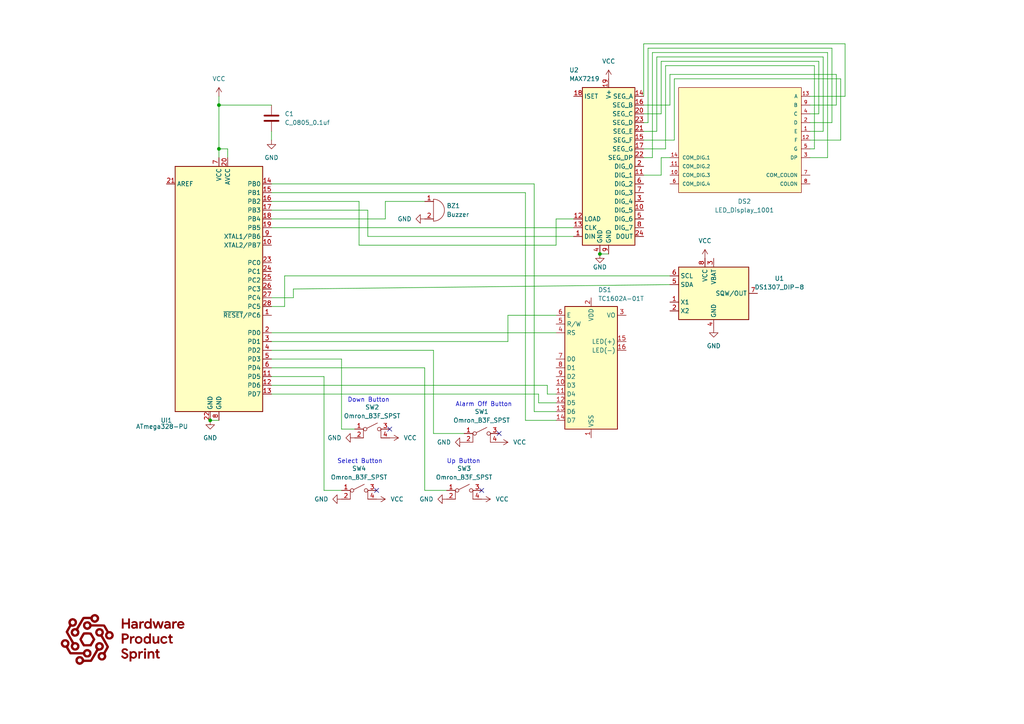
<source format=kicad_sch>
(kicad_sch (version 20211123) (generator eeschema)
  (paper "A4")
  (lib_symbols
    (symbol "HPS:ATmega328-PU"
      (property "Reference" "U" (at -11.43 39.37 0))
      (property "Value" "ATmega328-PU" (at -17.78 38.1 0))
      (symbol "ATmega328-PU_1_1"
        (pin tri_state line (at 15.24 -7.62 180) (length 2.54) (name "~{RESET}/PC6") (number "1"))
        (pin tri_state line (at 15.24 12.7 180) (length 2.54) (name "XTAL2/PB7") (number "10"))
        (pin tri_state line (at 15.24 -25.4 180) (length 2.54) (name "PD5") (number "11"))
        (pin tri_state line (at 15.24 -27.94 180) (length 2.54) (name "PD6") (number "12"))
        (pin tri_state line (at 15.24 -30.48 180) (length 2.54) (name "PD7") (number "13"))
        (pin tri_state line (at 15.24 30.48 180) (length 2.54) (name "PB0") (number "14"))
        (pin tri_state line (at 15.24 27.94 180) (length 2.54) (name "PB1") (number "15"))
        (pin tri_state line (at 15.24 25.4 180) (length 2.54) (name "PB2") (number "16"))
        (pin tri_state line (at 15.24 22.86 180) (length 2.54) (name "PB3") (number "17"))
        (pin tri_state line (at 15.24 20.32 180) (length 2.54) (name "PB4") (number "18"))
        (pin tri_state line (at 15.24 17.78 180) (length 2.54) (name "PB5") (number "19"))
        (pin tri_state line (at 15.24 -12.7 180) (length 2.54) (name "PD0") (number "2"))
        (pin power_in line (at 2.54 38.1 270) (length 2.54) (name "AVCC") (number "20"))
        (pin passive line (at -15.24 30.48 0) (length 2.54) (name "AREF") (number "21"))
        (pin power_in line (at -2.54 -38.1 90) (length 2.54) (name "GND") (number "22"))
        (pin tri_state line (at 15.24 7.62 180) (length 2.54) (name "PC0") (number "23"))
        (pin tri_state line (at 15.24 5.08 180) (length 2.54) (name "PC1") (number "24"))
        (pin tri_state line (at 15.24 2.54 180) (length 2.54) (name "PC2") (number "25"))
        (pin tri_state line (at 15.24 0 180) (length 2.54) (name "PC3") (number "26"))
        (pin tri_state line (at 15.24 -2.54 180) (length 2.54) (name "PC4") (number "27"))
        (pin tri_state line (at 15.24 -5.08 180) (length 2.54) (name "PC5") (number "28"))
        (pin tri_state line (at 15.24 -15.24 180) (length 2.54) (name "PD1") (number "3"))
        (pin tri_state line (at 15.24 -17.78 180) (length 2.54) (name "PD2") (number "4"))
        (pin tri_state line (at 15.24 -20.32 180) (length 2.54) (name "PD3") (number "5"))
        (pin tri_state line (at 15.24 -22.86 180) (length 2.54) (name "PD4") (number "6"))
        (pin power_in line (at 0 38.1 270) (length 2.54) (name "VCC") (number "7"))
        (pin power_in line (at 0 -38.1 90) (length 2.54) (name "GND") (number "8"))
        (pin tri_state line (at 15.24 15.24 180) (length 2.54) (name "XTAL1/PB6") (number "9"))
      )
    )
    (symbol "HPS:Buzzer" (pin_names (offset 0.0254) hide)
      (property "Reference" "BZ" (at 3.81 1.27 0))
      (property "Value" "Buzzer" (at 3.81 -1.27 0))
      (symbol "Buzzer_1_1"
        (pin passive line (at -2.54 2.54 0) (length 2.54) (name "-") (number "1"))
        (pin passive line (at -2.54 -2.54 0) (length 2.54) (name "+") (number "2"))
      )
    )
    (symbol "HPS:C_0805_0.1uf" (pin_numbers hide) (pin_names (offset 0.254))
      (property "Reference" "C" (at 0.635 2.54 0))
      (property "Value" "C_0805_0.1uf" (at 0.635 -2.54 0))
      (symbol "C_0805_0.1uf_1_1"
        (pin passive line (at 0 3.81 270) (length 2.794) (name "~") (number "1"))
        (pin passive line (at 0 -3.81 90) (length 2.794) (name "~") (number "2"))
      )
    )
    (symbol "HPS:DS1307_DIP-8"
      (property "Reference" "U" (at -8.89 8.89 0))
      (property "Value" "DS1307_DIP-8" (at 1.27 8.89 0))
      (symbol "DS1307_DIP-8_1_1"
        (pin input line (at -12.7 -2.54 0) (length 2.54) (name "X1") (number "1"))
        (pin input line (at -12.7 -5.08 0) (length 2.54) (name "X2") (number "2"))
        (pin power_in line (at 0 10.16 270) (length 2.54) (name "VBAT") (number "3"))
        (pin power_in line (at 0 -10.16 90) (length 2.54) (name "GND") (number "4"))
        (pin bidirectional line (at -12.7 2.54 0) (length 2.54) (name "SDA") (number "5"))
        (pin input line (at -12.7 5.08 0) (length 2.54) (name "SCL") (number "6"))
        (pin open_collector line (at 12.7 0 180) (length 2.54) (name "SQW/OUT") (number "7"))
        (pin power_in line (at -2.54 10.16 270) (length 2.54) (name "VCC") (number "8"))
      )
    )
    (symbol "HPS:GND" (power) (pin_names (offset 0))
      (property "Value" "GND" (at 0 -3.81 0))
      (symbol "GND_1_1"
        (pin power_in line (at 0 0 270) (length 0) hide (name "GND") (number "1"))
      )
    )
    (symbol "HPS:LED_Display_1001" (pin_names (offset 1.016))
      (property "Reference" "DS" (at 5.08 24.13 0))
      (property "Value" "LED_Display_1001" (at 5.08 21.59 0))
      (symbol "LED_Display_1001_1_1"
        (pin passive line (at 43.18 7.62 180) (length 2.54) (name "E") (number "1"))
        (pin passive line (at 2.54 -5.08 0) (length 2.54) (name "COM_DIG.3") (number "10"))
        (pin passive line (at 2.54 -2.54 0) (length 2.54) (name "COM_DIG.2") (number "11"))
        (pin passive line (at 43.18 5.08 180) (length 2.54) (name "F") (number "12"))
        (pin passive line (at 43.18 17.78 180) (length 2.54) (name "A") (number "13"))
        (pin passive line (at 2.54 0 0) (length 2.54) (name "COM_DIG.1") (number "14"))
        (pin passive line (at 43.18 10.16 180) (length 2.54) (name "D") (number "2"))
        (pin passive line (at 43.18 0 180) (length 2.54) (name "DP") (number "3"))
        (pin passive line (at 43.18 12.7 180) (length 2.54) (name "C") (number "4"))
        (pin passive line (at 43.18 2.54 180) (length 2.54) (name "G") (number "5"))
        (pin passive line (at 2.54 -7.62 0) (length 2.54) (name "COM_DIG.4") (number "6"))
        (pin passive line (at 43.18 -5.08 180) (length 2.54) (name "COM_COLON") (number "7"))
        (pin passive line (at 43.18 -7.62 180) (length 2.54) (name "COLON") (number "8"))
        (pin passive line (at 43.18 15.24 180) (length 2.54) (name "B") (number "9"))
      )
    )
    (symbol "HPS:MAX7219"
      (property "Reference" "U" (at -6.35 24.13 0))
      (property "Value" "MAX7219" (at 0 25.4 0))
      (symbol "MAX7219_1_1"
        (pin input line (at -10.16 -20.32 0) (length 2.54) (name "DIN") (number "1"))
        (pin output line (at 10.16 -12.7 180) (length 2.54) (name "DIG_5") (number "10"))
        (pin output line (at 10.16 -2.54 180) (length 2.54) (name "DIG_1") (number "11"))
        (pin input line (at -10.16 -15.24 0) (length 2.54) (name "LOAD") (number "12"))
        (pin input line (at -10.16 -17.78 0) (length 2.54) (name "CLK") (number "13"))
        (pin output line (at 10.16 20.32 180) (length 2.54) (name "SEG_A") (number "14"))
        (pin output line (at 10.16 7.62 180) (length 2.54) (name "SEG_F") (number "15"))
        (pin output line (at 10.16 17.78 180) (length 2.54) (name "SEG_B") (number "16"))
        (pin output line (at 10.16 5.08 180) (length 2.54) (name "SEG_G") (number "17"))
        (pin input line (at -10.16 20.32 0) (length 2.54) (name "ISET") (number "18"))
        (pin power_in line (at 0 25.4 270) (length 2.54) (name "V+") (number "19"))
        (pin output line (at 10.16 0 180) (length 2.54) (name "DIG_0") (number "2"))
        (pin output line (at 10.16 15.24 180) (length 2.54) (name "SEG_C") (number "20"))
        (pin output line (at 10.16 10.16 180) (length 2.54) (name "SEG_E") (number "21"))
        (pin output line (at 10.16 2.54 180) (length 2.54) (name "SEG_DP") (number "22"))
        (pin output line (at 10.16 12.7 180) (length 2.54) (name "SEG_D") (number "23"))
        (pin output line (at 10.16 -20.32 180) (length 2.54) (name "DOUT") (number "24"))
        (pin output line (at 10.16 -10.16 180) (length 2.54) (name "DIG_4") (number "3"))
        (pin power_in line (at -2.54 -25.4 90) (length 2.54) (name "GND") (number "4"))
        (pin output line (at 10.16 -15.24 180) (length 2.54) (name "DIG_6") (number "5"))
        (pin output line (at 10.16 -5.08 180) (length 2.54) (name "DIG_2") (number "6"))
        (pin output line (at 10.16 -7.62 180) (length 2.54) (name "DIG_3") (number "7"))
        (pin output line (at 10.16 -17.78 180) (length 2.54) (name "DIG_7") (number "8"))
        (pin power_in line (at 0 -25.4 90) (length 2.54) (name "GND") (number "9"))
      )
    )
    (symbol "HPS:TC1602A-01T"
      (property "Reference" "DS" (at -5.842 19.05 0))
      (property "Value" "TC1602A-01T" (at 5.334 19.05 0))
      (symbol "TC1602A-01T_1_1"
        (pin power_in line (at 0 -20.32 90) (length 2.54) (name "VSS") (number "1"))
        (pin input line (at -10.16 -5.08 0) (length 2.54) (name "D3") (number "10"))
        (pin input line (at -10.16 -7.62 0) (length 2.54) (name "D4") (number "11"))
        (pin input line (at -10.16 -10.16 0) (length 2.54) (name "D5") (number "12"))
        (pin input line (at -10.16 -12.7 0) (length 2.54) (name "D6") (number "13"))
        (pin input line (at -10.16 -15.24 0) (length 2.54) (name "D7") (number "14"))
        (pin power_in line (at 10.16 7.62 180) (length 2.54) (name "LED(+)") (number "15"))
        (pin power_in line (at 10.16 5.08 180) (length 2.54) (name "LED(-)") (number "16"))
        (pin power_in line (at 0 20.32 270) (length 2.54) (name "VDD") (number "2"))
        (pin input line (at 10.16 15.24 180) (length 2.54) (name "VO") (number "3"))
        (pin input line (at -10.16 10.16 0) (length 2.54) (name "RS") (number "4"))
        (pin input line (at -10.16 12.7 0) (length 2.54) (name "R/W") (number "5"))
        (pin input line (at -10.16 15.24 0) (length 2.54) (name "E") (number "6"))
        (pin input line (at -10.16 2.54 0) (length 2.54) (name "D0") (number "7"))
        (pin input line (at -10.16 0 0) (length 2.54) (name "D1") (number "8"))
        (pin input line (at -10.16 -2.54 0) (length 2.54) (name "D2") (number "9"))
      )
    )
    (symbol "HPS:VCC" (power) (pin_names (offset 0))
      (property "Value" "VCC" (at 0 3.81 0))
      (symbol "VCC_1_1"
        (pin power_in line (at 0 0 90) (length 0) hide (name "VCC") (number "1"))
      )
    )
    (symbol "HPS_3:HPS_Logo" (pin_names (offset 1.016)))
    (symbol "HPS_3:Omron_B3F_SPST" (pin_names (offset 0) hide)
      (property "Reference" "SW" (at 0 5.08 0))
      (property "Value" "Omron_B3F_SPST" (at 0 2.54 0))
      (symbol "Omron_B3F_SPST_1_1"
        (pin passive line (at -5.08 0 0) (length 2.54) (name "A") (number "1"))
        (pin passive line (at -5.08 -2.54 0) (length 2.54) (name "A") (number "2"))
        (pin passive line (at 5.08 0 180) (length 2.54) (name "B") (number "3"))
        (pin passive line (at 5.08 -2.54 180) (length 2.54) (name "B") (number "4"))
      )
    )
  )
  (junction (at 60.96 121.92))
  (junction (at 173.99 73.66))
  (junction (at 63.5 30.48))
  (junction (at 63.5 43.18))
  (no_connect (at 113.03 124.46))
  (no_connect (at 139.7 142.24))
  (no_connect (at 109.22 142.24))
  (no_connect (at 144.78 125.73))
  (wire (pts (xy 245.11 27.94) (xy 234.95 27.94)))
  (wire (pts (xy 154.94 119.38) (xy 161.29 119.38)))
  (wire (pts (xy 78.74 58.42) (xy 104.14 58.42)))
  (wire (pts (xy 242.57 21.59) (xy 242.57 30.48)))
  (wire (pts (xy 78.74 63.5) (xy 111.76 63.5)))
  (wire (pts (xy 82.55 80.01) (xy 194.31 80.01)))
  (wire (pts (xy 195.58 22.86) (xy 243.84 22.86)))
  (wire (pts (xy 243.84 40.64) (xy 234.95 40.64)))
  (wire (pts (xy 78.74 114.3) (xy 156.21 114.3)))
  (wire (pts (xy 195.58 40.64) (xy 195.58 22.86)))
  (wire (pts (xy 78.74 109.22) (xy 93.98 109.22)))
  (wire (pts (xy 152.4 121.92) (xy 161.29 121.92)))
  (wire (pts (xy 194.31 30.48) (xy 194.31 21.59)))
  (wire (pts (xy 237.49 33.02) (xy 234.95 33.02)))
  (wire (pts (xy 241.3 35.56) (xy 234.95 35.56)))
  (wire (pts (xy 186.69 27.94) (xy 186.69 12.7)))
  (wire (pts (xy 186.69 50.8) (xy 191.77 50.8)))
  (wire (pts (xy 190.5 16.51) (xy 238.76 16.51)))
  (wire (pts (xy 82.55 88.9) (xy 82.55 80.01)))
  (wire (pts (xy 125.73 101.6) (xy 125.73 125.73)))
  (wire (pts (xy 191.77 45.72) (xy 194.31 45.72)))
  (wire (pts (xy 93.98 109.22) (xy 93.98 142.24)))
  (wire (pts (xy 78.74 38.1) (xy 78.74 40.64)))
  (wire (pts (xy 111.76 58.42) (xy 123.19 58.42)))
  (wire (pts (xy 63.5 30.48) (xy 78.74 30.48)))
  (wire (pts (xy 78.74 101.6) (xy 125.73 101.6)))
  (wire (pts (xy 99.06 104.14) (xy 99.06 124.46)))
  (wire (pts (xy 186.69 43.18) (xy 193.04 43.18)))
  (wire (pts (xy 186.69 35.56) (xy 187.96 35.56)))
  (wire (pts (xy 191.77 50.8) (xy 191.77 45.72)))
  (wire (pts (xy 85.09 83.82) (xy 85.09 86.36)))
  (wire (pts (xy 190.5 38.1) (xy 190.5 16.51)))
  (wire (pts (xy 186.69 30.48) (xy 194.31 30.48)))
  (wire (pts (xy 123.19 106.68) (xy 123.19 142.24)))
  (wire (pts (xy 106.68 60.96) (xy 106.68 68.58)))
  (wire (pts (xy 191.77 17.78) (xy 237.49 17.78)))
  (wire (pts (xy 99.06 124.46) (xy 102.87 124.46)))
  (wire (pts (xy 242.57 30.48) (xy 234.95 30.48)))
  (wire (pts (xy 63.5 43.18) (xy 63.5 45.72)))
  (wire (pts (xy 85.09 83.82) (xy 194.31 82.55)))
  (wire (pts (xy 104.14 71.12) (xy 161.29 71.12)))
  (wire (pts (xy 173.99 73.66) (xy 176.53 73.66)))
  (wire (pts (xy 154.94 53.34) (xy 154.94 119.38)))
  (wire (pts (xy 193.04 43.18) (xy 193.04 19.05)))
  (wire (pts (xy 78.74 99.06) (xy 147.32 99.06)))
  (wire (pts (xy 60.96 121.92) (xy 63.5 121.92)))
  (wire (pts (xy 187.96 35.56) (xy 187.96 13.97)))
  (wire (pts (xy 187.96 13.97) (xy 241.3 13.97)))
  (wire (pts (xy 106.68 68.58) (xy 166.37 68.58)))
  (wire (pts (xy 78.74 96.52) (xy 161.29 96.52)))
  (wire (pts (xy 104.14 58.42) (xy 104.14 71.12)))
  (wire (pts (xy 93.98 142.24) (xy 99.06 142.24)))
  (wire (pts (xy 123.19 142.24) (xy 129.54 142.24)))
  (wire (pts (xy 156.21 114.3) (xy 156.21 116.84)))
  (wire (pts (xy 63.5 43.18) (xy 66.04 43.18)))
  (wire (pts (xy 194.31 21.59) (xy 242.57 21.59)))
  (wire (pts (xy 63.5 30.48) (xy 63.5 43.18)))
  (wire (pts (xy 238.76 16.51) (xy 238.76 38.1)))
  (wire (pts (xy 236.22 19.05) (xy 236.22 43.18)))
  (wire (pts (xy 63.5 27.94) (xy 63.5 30.48)))
  (wire (pts (xy 78.74 60.96) (xy 106.68 60.96)))
  (wire (pts (xy 147.32 99.06) (xy 147.32 91.44)))
  (wire (pts (xy 161.29 71.12) (xy 161.29 63.5)))
  (wire (pts (xy 78.74 53.34) (xy 154.94 53.34)))
  (wire (pts (xy 158.75 114.3) (xy 161.29 114.3)))
  (wire (pts (xy 78.74 111.76) (xy 158.75 111.76)))
  (wire (pts (xy 78.74 55.88) (xy 152.4 55.88)))
  (wire (pts (xy 238.76 38.1) (xy 234.95 38.1)))
  (wire (pts (xy 66.04 45.72) (xy 66.04 43.18)))
  (wire (pts (xy 78.74 88.9) (xy 82.55 88.9)))
  (wire (pts (xy 240.03 45.72) (xy 234.95 45.72)))
  (wire (pts (xy 193.04 19.05) (xy 236.22 19.05)))
  (wire (pts (xy 152.4 55.88) (xy 152.4 121.92)))
  (wire (pts (xy 245.11 12.7) (xy 245.11 27.94)))
  (wire (pts (xy 125.73 125.73) (xy 134.62 125.73)))
  (wire (pts (xy 161.29 63.5) (xy 166.37 63.5)))
  (wire (pts (xy 241.3 13.97) (xy 241.3 35.56)))
  (wire (pts (xy 78.74 86.36) (xy 85.09 86.36)))
  (wire (pts (xy 156.21 116.84) (xy 161.29 116.84)))
  (wire (pts (xy 158.75 111.76) (xy 158.75 114.3)))
  (wire (pts (xy 186.69 40.64) (xy 195.58 40.64)))
  (wire (pts (xy 186.69 45.72) (xy 189.23 45.72)))
  (wire (pts (xy 191.77 33.02) (xy 191.77 17.78)))
  (wire (pts (xy 189.23 45.72) (xy 189.23 15.24)))
  (wire (pts (xy 186.69 33.02) (xy 191.77 33.02)))
  (wire (pts (xy 240.03 15.24) (xy 240.03 45.72)))
  (wire (pts (xy 78.74 66.04) (xy 166.37 66.04)))
  (wire (pts (xy 186.69 38.1) (xy 190.5 38.1)))
  (wire (pts (xy 237.49 17.78) (xy 237.49 33.02)))
  (wire (pts (xy 243.84 22.86) (xy 243.84 40.64)))
  (wire (pts (xy 78.74 104.14) (xy 99.06 104.14)))
  (wire (pts (xy 189.23 15.24) (xy 240.03 15.24)))
  (wire (pts (xy 236.22 43.18) (xy 234.95 43.18)))
  (wire (pts (xy 186.69 12.7) (xy 245.11 12.7)))
  (wire (pts (xy 147.32 91.44) (xy 161.29 91.44)))
  (wire (pts (xy 111.76 63.5) (xy 111.76 58.42)))
  (wire (pts (xy 78.74 106.68) (xy 123.19 106.68)))
  (text "Down Button\n" (at 113.03 116.84 180) (effects (font (size 1.27 1.27)) (justify right bottom)))
  (text "Select Button" (at 97.79 134.62 0) (effects (font (size 1.27 1.27)) (justify left bottom)))
  (text "Alarm Off Button" (at 132.08 118.11 0) (effects (font (size 1.27 1.27)) (justify left bottom)))
  (text "Up Button" (at 129.54 134.62 0) (effects (font (size 1.27 1.27)) (justify left bottom)))
  (symbol (lib_id "HPS:DS1307_DIP-8") (at 207.01 85.09 0) (unit 1)
    (property "Reference" "U1" (at 226.06 80.7593 0))
    (property "Value" "DS1307_DIP-8" (at 226.06 83.2993 0))
    (property "Footprint" "footprints:DIP-8_W7.62mm" (effects hide))
    (property "Datasheet" "https://datasheets.maximintegrated.com/en/ds/DS1307.pdf" (effects hide))
    (property "MFG" "Assmann WSW Components" (effects hide))
    (property "MPN" "A 08-LC-TT" (effects hide))
    (property "Digikey PN" "AE9986-ND" (effects hide))
    (property "Mouser PN" "N/A" (effects hide))
  )
  (symbol (lib_id "HPS:GND") (at 129.54 144.78 270) (unit 1)
    (property "Reference" "#PWR?" (effects hide))
    (property "Value" "GND" (at 125.73 144.7799 90) (effects (justify right)))
  )
  (symbol (lib_id "HPS:LED_Display_1001") (at 191.77 45.72 0) (unit 1)
    (property "Reference" "DS2" (at 215.9 58.42 0))
    (property "Value" "LED_Display_1001" (at 215.9 60.96 0))
    (property "Footprint" "footprints:Adafruit-1001-0-0-MFG" (effects hide))
    (property "Datasheet" "https://cdn-shop.adafruit.com/datasheets/1001datasheet.pdf" (effects hide))
    (property "automotive" "No" (effects hide))
    (property "category" "Disp" (effects hide))
    (property "device class L1" "Optoelectronics" (effects hide))
    (property "device class L2" "Displays" (effects hide))
    (property "device class L3" "LED Displays" (effects hide))
    (property "digikey description" "WHITE 7-SEGMENT CLOCK DISPLAY" (effects hide))
    (property "digikey part number" "1528-1513-ND" (effects hide))
    (property "display type" "LED" (effects hide))
    (property "element config" "Common Cathode" (effects hide))
    (property "forward current" "20mA" (effects hide))
    (property "forward voltage" "3.2V" (effects hide))
    (property "height" "8.25mm" (effects hide))
    (property "lead free" "Yes" (effects hide))
    (property "library id" "a002f1a2b35db532" (effects hide))
    (property "luminous intensity" "30mcd" (effects hide))
    (property "manufacturer" "Adafruit" (effects hide))
    (property "mouser description" "Adafruit Accessories White 7-segment Clock Display" (effects hide))
    (property "mouser part number" "485-1001" (effects hide))
    (property "package" "PTH_50MM2_19MM0" (effects hide))
    (property "power dissipation" "100mW" (effects hide))
    (property "reverse voltage" "5V" (effects hide))
    (property "rohs" "Yes" (effects hide))
    (property "temperature range high" "+80°C" (effects hide))
    (property "temperature range low" "-40°C" (effects hide))
    (property "test current" "20mA" (effects hide))
    (property "MFG" "Adafruit Industries LLC" (effects hide))
    (property "MPN" "1001" (effects hide))
    (property "Digikey PN" "1528-1513-ND" (effects hide))
    (property "Mouser PN" "N/A" (effects hide))
  )
  (symbol (lib_id "HPS_3:Omron_B3F_SPST") (at 134.62 142.24 0) (unit 1)
    (property "Reference" "SW3" (at 134.62 135.89 0))
    (property "Value" "Omron_B3F_SPST" (at 134.62 138.43 0))
    (property "Footprint" "footprints:SW_SPST_Omron_B3FS-100xP" (effects hide))
    (property "Datasheet" "https://omronfs.omron.com/en_US/ecb/products/pdf/en-b3fs.pdf" (effects hide))
    (property "MFG" "Omron Electronics Inc-EMC Div" (effects hide))
    (property "MPN" "B3FS-1000P" (effects hide))
    (property "Digikey PN" "SW423CT-ND" (effects hide))
    (property "Mouser PN" "N/A" (effects hide))
  )
  (symbol (lib_id "HPS:GND") (at 123.19 63.5 270) (unit 1)
    (property "Reference" "#PWR04" (effects hide))
    (property "Value" "GND" (at 119.38 63.4999 90) (effects (justify right)))
  )
  (symbol (lib_id "HPS_3:Omron_B3F_SPST") (at 139.7 125.73 0) (unit 1)
    (property "Reference" "SW1" (at 139.7 119.38 0))
    (property "Value" "Omron_B3F_SPST" (at 139.7 121.92 0))
    (property "Footprint" "footprints:SW_SPST_Omron_B3FS-100xP" (effects hide))
    (property "Datasheet" "https://omronfs.omron.com/en_US/ecb/products/pdf/en-b3fs.pdf" (effects hide))
    (property "MFG" "Omron Electronics Inc-EMC Div" (effects hide))
    (property "MPN" "B3FS-1000P" (effects hide))
    (property "Digikey PN" "SW423CT-ND" (effects hide))
    (property "Mouser PN" "N/A" (effects hide))
  )
  (symbol (lib_id "HPS:GND") (at 102.87 127 270) (unit 1)
    (property "Reference" "#PWR?" (effects hide))
    (property "Value" "GND" (at 99.06 126.9999 90) (effects (justify right)))
  )
  (symbol (lib_id "HPS_3:Omron_B3F_SPST") (at 104.14 142.24 0) (unit 1)
    (property "Reference" "SW4" (at 104.14 135.89 0))
    (property "Value" "Omron_B3F_SPST" (at 104.14 138.43 0))
    (property "Footprint" "footprints:SW_SPST_Omron_B3FS-100xP" (effects hide))
    (property "Datasheet" "https://omronfs.omron.com/en_US/ecb/products/pdf/en-b3fs.pdf" (effects hide))
    (property "MFG" "Omron Electronics Inc-EMC Div" (effects hide))
    (property "MPN" "B3FS-1000P" (effects hide))
    (property "Digikey PN" "SW423CT-ND" (effects hide))
    (property "Mouser PN" "N/A" (effects hide))
  )
  (symbol (lib_id "HPS:GND") (at 134.62 128.27 270) (unit 1)
    (property "Reference" "#PWR?" (effects hide))
    (property "Value" "GND" (at 130.81 128.2699 90) (effects (justify right)))
  )
  (symbol (lib_id "HPS:C_0805_0.1uf") (at 78.74 34.29 0) (unit 1)
    (property "Reference" "C1" (at 82.55 33.0199 0) (effects (justify left)))
    (property "Value" "C_0805_0.1uf" (at 82.55 35.5599 0) (effects (justify left)))
    (property "Footprint" "footprints:C_0805_2012Metric" (effects hide))
    (property "Datasheet" "https://datasheets.avx.com/X7RDielectric.pdf" (effects hide))
    (property "MFG" "AVX Corporation" (effects hide))
    (property "MPN" "08055C104KAT2A" (effects hide))
    (property "Digikey PN" "478-1395-1-ND" (effects hide))
    (property "Mouser PN" "N/A" (effects hide))
    (property "Voltage" "N/A" (effects hide))
    (property "Dielectric" "N/A" (effects hide))
    (property "Tolerance" "N/A" (effects hide))
  )
  (symbol (lib_id "HPS:VCC") (at 63.5 27.94 0) (unit 1)
    (property "Reference" "#PWR02" (effects hide))
    (property "Value" "VCC" (at 63.5 22.86 0))
  )
  (symbol (lib_id "HPS:GND") (at 207.01 95.25 0) (unit 1)
    (property "Reference" "#PWR?" (effects hide))
    (property "Value" "GND" (at 207.01 100.33 0))
  )
  (symbol (lib_id "HPS:MAX7219") (at 176.53 48.26 0) (unit 1)
    (property "Reference" "U2" (at 165.1 20.32 0) (effects (justify left)))
    (property "Value" "MAX7219" (at 165.1 22.86 0) (effects (justify left)))
    (property "Footprint" "footprints:DIP-24_W7.62mm" (effects hide))
    (property "Datasheet" "https://datasheets.maximintegrated.com/en/ds/MAX7219-MAX7221.pdf" (effects hide))
    (property "MFG" "On Shore Technology Inc." (effects hide))
    (property "MPN" "ED241DT" (effects hide))
    (property "Digikey PN" "ED3049-5-ND" (effects hide))
    (property "Mouser PN" "N/A" (effects hide))
  )
  (symbol (lib_id "HPS:VCC") (at 204.47 74.93 0) (unit 1)
    (property "Reference" "#PWR?" (effects hide))
    (property "Value" "VCC" (at 204.47 69.85 0))
  )
  (symbol (lib_id "HPS:GND") (at 60.96 121.92 0) (unit 1)
    (property "Reference" "#PWR01" (effects hide))
    (property "Value" "GND" (at 60.96 127 0))
  )
  (symbol (lib_id "HPS:GND") (at 173.99 73.66 0) (unit 1)
    (property "Reference" "#PWR?" (effects hide))
    (property "Value" "GND" (at 173.99 77.47 0))
  )
  (symbol (lib_id "HPS_3:HPS_Logo") (at 35.56 185.42 0) (unit 1)
    (property "Reference" "#G?" (effects hide))
    (property "Value" "HPS_Logo" (effects hide))
  )
  (symbol (lib_id "HPS:VCC") (at 139.7 144.78 270) (unit 1)
    (property "Reference" "#PWR?" (effects hide))
    (property "Value" "VCC" (at 143.7132 144.78 90) (effects (justify left)))
  )
  (symbol (lib_id "HPS:GND") (at 78.74 40.64 0) (unit 1)
    (property "Reference" "#PWR03" (effects hide))
    (property "Value" "GND" (at 78.74 45.72 0))
  )
  (symbol (lib_id "HPS:VCC") (at 176.53 22.86 0) (unit 1)
    (property "Reference" "#PWR?" (effects hide))
    (property "Value" "VCC" (at 176.53 17.78 0))
  )
  (symbol (lib_id "HPS:TC1602A-01T") (at 171.45 106.68 0) (unit 1)
    (property "Reference" "DS1" (at 173.4694 84.074 0) (effects (justify left)))
    (property "Value" "TC1602A-01T" (at 173.4694 86.614 0) (effects (justify left)))
    (property "Footprint" "footprints:TC1602A-01T" (effects hide))
    (property "Datasheet" "https://cdn-shop.adafruit.com/datasheets/TC1602A-01T.pdf" (effects hide))
    (property "MFG" "Adafruit" (effects hide))
    (property "MPN" "1447" (effects hide))
    (property "Digikey PN" "1528-2212-ND" (effects hide))
    (property "Mouser PN" "N/A" (effects hide))
  )
  (symbol (lib_id "HPS_3:Omron_B3F_SPST") (at 107.95 124.46 0) (unit 1)
    (property "Reference" "SW2" (at 107.95 118.11 0))
    (property "Value" "Omron_B3F_SPST" (at 107.95 120.65 0))
    (property "Footprint" "footprints:SW_SPST_Omron_B3FS-100xP" (effects hide))
    (property "Datasheet" "https://omronfs.omron.com/en_US/ecb/products/pdf/en-b3fs.pdf" (effects hide))
    (property "MFG" "Omron Electronics Inc-EMC Div" (effects hide))
    (property "MPN" "B3FS-1000P" (effects hide))
    (property "Digikey PN" "SW423CT-ND" (effects hide))
    (property "Mouser PN" "N/A" (effects hide))
  )
  (symbol (lib_id "HPS:ATmega328-PU") (at 63.5 83.82 0) (unit 1)
    (property "Reference" "UI1" (at 48.26 121.92 0))
    (property "Value" "ATmega328-PU" (at 46.99 123.7107 0))
    (property "Footprint" "footprints:DIP-28_W7.62mm" (effects hide))
    (property "Datasheet" "http://www.microchip.com/mymicrochip/filehandler.aspx?ddocname=en608326" (effects hide))
    (property "MFG" "On Shore Technology Inc." (effects hide))
    (property "MPN" "ED281DT" (effects hide))
    (property "Digikey PN" "ED3050-5-ND" (effects hide))
    (property "Mouser PN" "N/A" (effects hide))
  )
  (symbol (lib_id "HPS:VCC") (at 144.78 128.27 270) (unit 1)
    (property "Reference" "#PWR?" (effects hide))
    (property "Value" "VCC" (at 148.7932 128.27 90) (effects (justify left)))
  )
  (symbol (lib_id "HPS:GND") (at 99.06 144.78 270) (unit 1)
    (property "Reference" "#PWR?" (effects hide))
    (property "Value" "GND" (at 95.25 144.7799 90) (effects (justify right)))
  )
  (symbol (lib_id "HPS:Buzzer") (at 125.73 60.96 0) (unit 1)
    (property "Reference" "BZ1" (at 129.54 59.6899 0) (effects (justify left)))
    (property "Value" "Buzzer" (at 129.54 62.2299 0) (effects (justify left)))
    (property "Footprint" "footprints:Buzzer_TDK_PS1240P02BT_D12.2mm_H6.5mm" (effects hide))
    (property "Datasheet" "https://product.tdk.com/info/en/catalog/datasheets/piezoelectronic_buzzer_ps_en.pdf?ref_disty=digikey" (effects hide))
    (property "MFG" "TDK" (effects hide))
    (property "MPN" "PS1420P02CT" (effects hide))
    (property "Digikey PN" "445-2526-1-ND" (effects hide))
    (property "Mouser PN" "N/A" (effects hide))
  )
  (symbol (lib_id "HPS:VCC") (at 113.03 127 270) (unit 1)
    (property "Reference" "#PWR?" (effects hide))
    (property "Value" "VCC" (at 117.0432 127 90) (effects (justify left)))
  )
  (symbol (lib_id "HPS:VCC") (at 109.22 144.78 270) (unit 1)
    (property "Reference" "#PWR?" (effects hide))
    (property "Value" "VCC" (at 113.2332 144.78 90) (effects (justify left)))
  )
)
</source>
